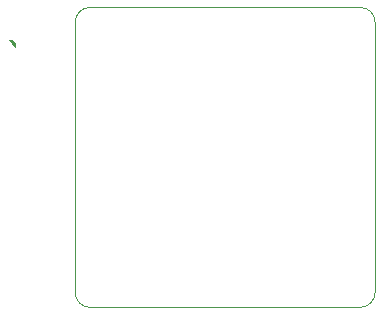
<source format=gbr>
%TF.GenerationSoftware,Altium Limited,Altium Designer,25.7.1 (20)*%
G04 Layer_Color=0*
%FSLAX45Y45*%
%MOMM*%
%TF.SameCoordinates,8EC0096B-1770-4E53-A1A5-517F8E17CF1D*%
%TF.FilePolarity,Positive*%
%TF.FileFunction,Profile,NP*%
%TF.Part,Single*%
G01*
G75*
%TA.AperFunction,Profile*%
%ADD42C,0.02540*%
G36*
X-558800Y2263140D02*
X-546100D01*
X-533400Y2275840D01*
X-497840Y2240280D01*
Y2189480D01*
X-558800Y2263140D01*
D02*
G37*
D42*
X0Y127000D02*
Y2413000D01*
D02*
G02*
X127000Y2540000I127000J0D01*
G01*
X132080Y2540000D01*
X2413000Y2540000D01*
D02*
G02*
X2540000Y2413000I0J-127000D01*
G01*
Y127000D01*
D02*
G02*
X2413000Y0I-127000J0D01*
G01*
X127000D01*
D02*
G02*
X0Y127000I0J127000D01*
G01*
%TF.MD5,d46c7e99a56f37f35ba7cf32795c9808*%
M02*

</source>
